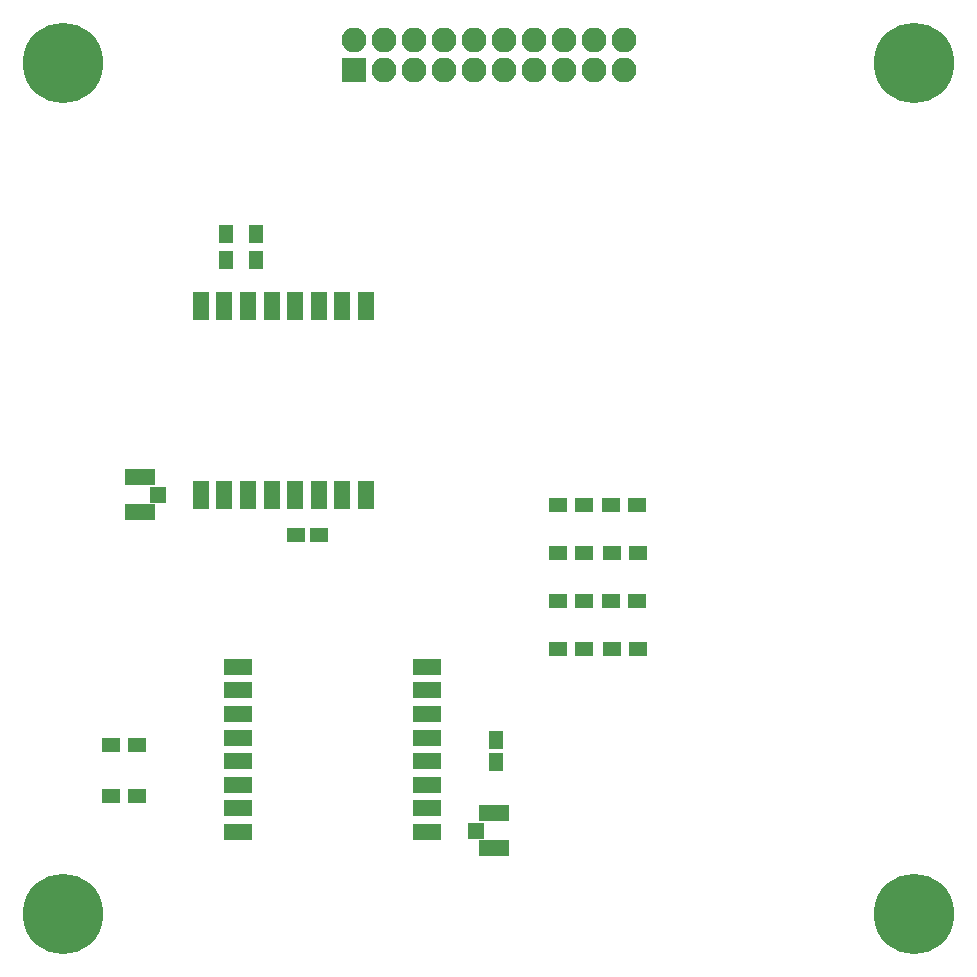
<source format=gbr>
G04 #@! TF.GenerationSoftware,KiCad,Pcbnew,(5.0.0)*
G04 #@! TF.CreationDate,2019-04-04T16:01:48-04:00*
G04 #@! TF.ProjectId,Radio Board,526164696F20426F6172642E6B696361,rev?*
G04 #@! TF.SameCoordinates,Original*
G04 #@! TF.FileFunction,Soldermask,Top*
G04 #@! TF.FilePolarity,Negative*
%FSLAX46Y46*%
G04 Gerber Fmt 4.6, Leading zero omitted, Abs format (unit mm)*
G04 Created by KiCad (PCBNEW (5.0.0)) date 04/04/19 16:01:48*
%MOMM*%
%LPD*%
G01*
G04 APERTURE LIST*
%ADD10R,2.400000X1.400000*%
%ADD11C,6.800000*%
%ADD12R,1.600000X1.150000*%
%ADD13R,1.150000X1.600000*%
%ADD14R,2.600000X1.450000*%
%ADD15R,1.450000X1.400000*%
%ADD16R,1.300000X1.600000*%
%ADD17R,1.600000X1.300000*%
%ADD18R,1.400000X2.400000*%
%ADD19O,2.100000X2.100000*%
%ADD20R,2.100000X2.100000*%
G04 APERTURE END LIST*
D10*
G04 #@! TO.C,U2*
X19814000Y-56104000D03*
X19814000Y-58104000D03*
X19814000Y-60104000D03*
X19814000Y-62104000D03*
X19814000Y-64104000D03*
X19814000Y-66104000D03*
X19814000Y-68104000D03*
X19814000Y-70104000D03*
X35814000Y-70104000D03*
X35814000Y-68104000D03*
X35814000Y-66104000D03*
X35814000Y-64104000D03*
X35814000Y-62104000D03*
X35814000Y-60104000D03*
X35814000Y-58104000D03*
X35814000Y-56104000D03*
G04 #@! TD*
D11*
G04 #@! TO.C,REF\002A\002A*
X5000000Y-77000000D03*
G04 #@! TD*
G04 #@! TO.C,REF\002A\002A*
X5000000Y-5000000D03*
G04 #@! TD*
G04 #@! TO.C,REF\002A\002A*
X77000000Y-77000000D03*
G04 #@! TD*
G04 #@! TO.C,REF\002A\002A*
X77000000Y-5000000D03*
G04 #@! TD*
D12*
G04 #@! TO.C,C1*
X26604000Y-44958000D03*
X24704000Y-44958000D03*
G04 #@! TD*
D13*
G04 #@! TO.C,C2*
X41656000Y-62296000D03*
X41656000Y-64196000D03*
G04 #@! TD*
D14*
G04 #@! TO.C,J2*
X11463000Y-40054000D03*
D15*
X12988000Y-41529000D03*
D14*
X11463000Y-43004000D03*
G04 #@! TD*
G04 #@! TO.C,J3*
X41475000Y-68525000D03*
D15*
X39950000Y-70000000D03*
D14*
X41475000Y-71475000D03*
G04 #@! TD*
D16*
G04 #@! TO.C,R1*
X18796000Y-21674000D03*
X18796000Y-19474000D03*
G04 #@! TD*
D17*
G04 #@! TO.C,R2*
X11191044Y-67087485D03*
X8991044Y-67087485D03*
G04 #@! TD*
D16*
G04 #@! TO.C,R3*
X21336000Y-19474000D03*
X21336000Y-21674000D03*
G04 #@! TD*
D17*
G04 #@! TO.C,R4*
X8991044Y-62769485D03*
X11191044Y-62769485D03*
G04 #@! TD*
G04 #@! TO.C,D1*
X53678000Y-46482000D03*
X51478000Y-46482000D03*
G04 #@! TD*
G04 #@! TO.C,D2*
X53594000Y-50546000D03*
X51394000Y-50546000D03*
G04 #@! TD*
G04 #@! TO.C,D3*
X51394000Y-42418000D03*
X53594000Y-42418000D03*
G04 #@! TD*
G04 #@! TO.C,D4*
X51478000Y-54610000D03*
X53678000Y-54610000D03*
G04 #@! TD*
G04 #@! TO.C,R5*
X49106000Y-46482000D03*
X46906000Y-46482000D03*
G04 #@! TD*
G04 #@! TO.C,R6*
X46906000Y-50546000D03*
X49106000Y-50546000D03*
G04 #@! TD*
G04 #@! TO.C,R7*
X46906000Y-42418000D03*
X49106000Y-42418000D03*
G04 #@! TD*
G04 #@! TO.C,R8*
X49106000Y-54610000D03*
X46906000Y-54610000D03*
G04 #@! TD*
D18*
G04 #@! TO.C,U1*
X30622000Y-41528000D03*
X28622000Y-41528000D03*
X26622000Y-41528000D03*
X24622000Y-41528000D03*
X22622000Y-41528000D03*
X20622000Y-41528000D03*
X18622000Y-41528000D03*
X16622000Y-41528000D03*
X16622000Y-25528000D03*
X18622000Y-25528000D03*
X20622000Y-25528000D03*
X22622000Y-25528000D03*
X24622000Y-25528000D03*
X26622000Y-25528000D03*
X28622000Y-25528000D03*
X30622000Y-25528000D03*
G04 #@! TD*
D19*
G04 #@! TO.C,J1*
X52430000Y-3000000D03*
X52430000Y-5540000D03*
X49890000Y-3000000D03*
X49890000Y-5540000D03*
X47350000Y-3000000D03*
X47350000Y-5540000D03*
X44810000Y-3000000D03*
X44810000Y-5540000D03*
X42270000Y-3000000D03*
X42270000Y-5540000D03*
X39730000Y-3000000D03*
X39730000Y-5540000D03*
X37190000Y-3000000D03*
X37190000Y-5540000D03*
X34650000Y-3000000D03*
X34650000Y-5540000D03*
X32110000Y-3000000D03*
X32110000Y-5540000D03*
X29570000Y-3000000D03*
D20*
X29570000Y-5540000D03*
G04 #@! TD*
M02*

</source>
